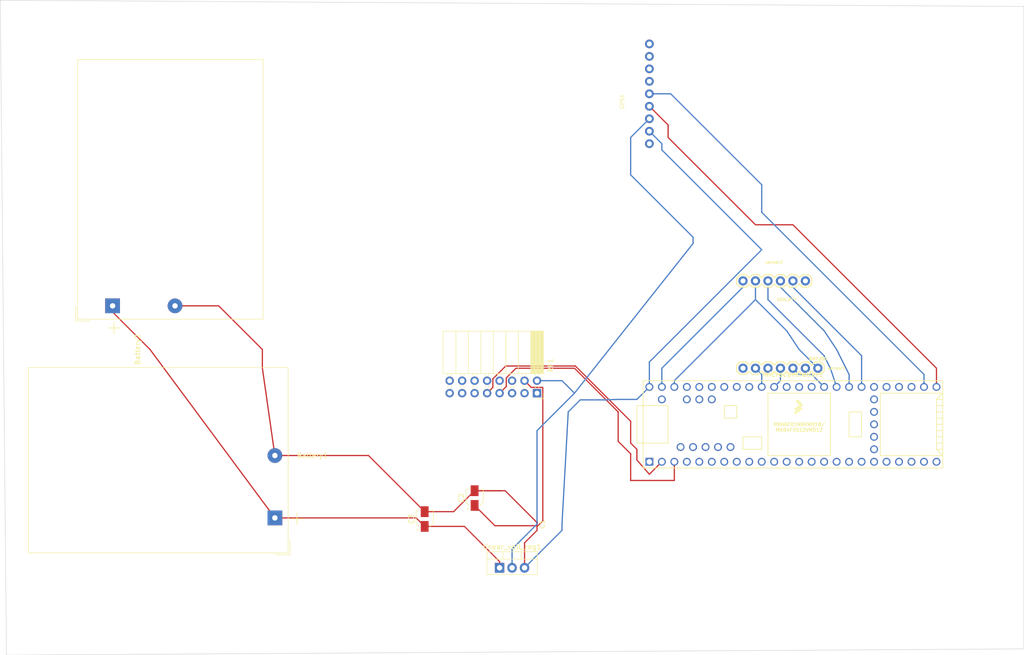
<source format=kicad_pcb>
(kicad_pcb (version 20171130) (host pcbnew "(5.1.9)-1")

  (general
    (thickness 1.6)
    (drawings 4)
    (tracks 113)
    (zones 0)
    (modules 11)
    (nets 16)
  )

  (page A4)
  (layers
    (0 F.Cu signal)
    (31 B.Cu signal)
    (32 B.Adhes user)
    (33 F.Adhes user)
    (34 B.Paste user)
    (35 F.Paste user)
    (36 B.SilkS user)
    (37 F.SilkS user)
    (38 B.Mask user)
    (39 F.Mask user)
    (40 Dwgs.User user)
    (41 Cmts.User user)
    (42 Eco1.User user)
    (43 Eco2.User user)
    (44 Edge.Cuts user)
    (45 Margin user)
    (46 B.CrtYd user)
    (47 F.CrtYd user)
    (48 B.Fab user)
    (49 F.Fab user)
  )

  (setup
    (last_trace_width 0.25)
    (trace_clearance 0.2)
    (zone_clearance 0.508)
    (zone_45_only no)
    (trace_min 0.2)
    (via_size 0.8)
    (via_drill 0.4)
    (via_min_size 0.4)
    (via_min_drill 0.3)
    (uvia_size 0.3)
    (uvia_drill 0.1)
    (uvias_allowed no)
    (uvia_min_size 0.2)
    (uvia_min_drill 0.1)
    (edge_width 0.05)
    (segment_width 0.2)
    (pcb_text_width 0.3)
    (pcb_text_size 1.5 1.5)
    (mod_edge_width 0.12)
    (mod_text_size 1 1)
    (mod_text_width 0.15)
    (pad_size 1.524 1.524)
    (pad_drill 0.762)
    (pad_to_mask_clearance 0)
    (aux_axis_origin 0 0)
    (visible_elements 7FFFFFFF)
    (pcbplotparams
      (layerselection 0x010fc_ffffffff)
      (usegerberextensions false)
      (usegerberattributes true)
      (usegerberadvancedattributes true)
      (creategerberjobfile true)
      (excludeedgelayer true)
      (linewidth 0.100000)
      (plotframeref false)
      (viasonmask false)
      (mode 1)
      (useauxorigin false)
      (hpglpennumber 1)
      (hpglpenspeed 20)
      (hpglpendiameter 15.000000)
      (psnegative false)
      (psa4output false)
      (plotreference true)
      (plotvalue true)
      (plotinvisibletext false)
      (padsonsilk false)
      (subtractmaskfromsilk false)
      (outputformat 1)
      (mirror false)
      (drillshape 1)
      (scaleselection 1)
      (outputdirectory ""))
  )

  (net 0 "")
  (net 1 "Net-(Battery1-Pad2)")
  (net 2 "Net-(C1-Pad2)")
  (net 3 "Net-(Battery1-Pad1)")
  (net 4 "Net-(GPS1-Pad5)")
  (net 5 "Net-(GPS1-Pad6)")
  (net 6 "Net-(microcontroller1-Pad36)")
  (net 7 "Net-(microcontroller1-Pad37)")
  (net 8 "Net-(RF1-Pad7)")
  (net 9 "Net-(RF1-Pad9)")
  (net 10 "Net-(microcontroller1-Pad38)")
  (net 11 "Net-(microcontroller1-Pad39)")
  (net 12 "Net-(microcontroller1-Pad43)")
  (net 13 "Net-(microcontroller1-Pad44)")
  (net 14 "Net-(microcontroller1-Pad51)")
  (net 15 "Net-(microcontroller1-Pad52)")

  (net_class Default "This is the default net class."
    (clearance 0.2)
    (trace_width 0.25)
    (via_dia 0.8)
    (via_drill 0.4)
    (uvia_dia 0.3)
    (uvia_drill 0.1)
    (add_net "Net-(Battery1-Pad1)")
    (add_net "Net-(Battery1-Pad2)")
    (add_net "Net-(C1-Pad2)")
    (add_net "Net-(GPS1-Pad5)")
    (add_net "Net-(GPS1-Pad6)")
    (add_net "Net-(RF1-Pad7)")
    (add_net "Net-(RF1-Pad9)")
    (add_net "Net-(microcontroller1-Pad36)")
    (add_net "Net-(microcontroller1-Pad37)")
    (add_net "Net-(microcontroller1-Pad38)")
    (add_net "Net-(microcontroller1-Pad39)")
    (add_net "Net-(microcontroller1-Pad43)")
    (add_net "Net-(microcontroller1-Pad44)")
    (add_net "Net-(microcontroller1-Pad51)")
    (add_net "Net-(microcontroller1-Pad52)")
  )

  (module Connector_PinSocket_2.54mm:PinSocket_2x08_P2.54mm_Horizontal (layer F.Cu) (tedit 5A19A430) (tstamp 60205454)
    (at 144.78 105.41 270)
    (descr "Through hole angled socket strip, 2x08, 2.54mm pitch, 8.51mm socket length, double cols (from Kicad 4.0.7), script generated")
    (tags "Through hole angled socket strip THT 2x08 2.54mm double row")
    (path /601DEA0B)
    (fp_text reference RF1 (at -5.65 -2.77 90) (layer F.SilkS)
      (effects (font (size 1 1) (thickness 0.15)))
    )
    (fp_text value RFD900+ (at -5.65 20.55 90) (layer F.Fab)
      (effects (font (size 1 1) (thickness 0.15)))
    )
    (fp_line (start -12.57 -1.27) (end -5.03 -1.27) (layer F.Fab) (width 0.1))
    (fp_line (start -5.03 -1.27) (end -4.06 -0.3) (layer F.Fab) (width 0.1))
    (fp_line (start -4.06 -0.3) (end -4.06 19.05) (layer F.Fab) (width 0.1))
    (fp_line (start -4.06 19.05) (end -12.57 19.05) (layer F.Fab) (width 0.1))
    (fp_line (start -12.57 19.05) (end -12.57 -1.27) (layer F.Fab) (width 0.1))
    (fp_line (start 0 -0.3) (end -4.06 -0.3) (layer F.Fab) (width 0.1))
    (fp_line (start -4.06 0.3) (end 0 0.3) (layer F.Fab) (width 0.1))
    (fp_line (start 0 0.3) (end 0 -0.3) (layer F.Fab) (width 0.1))
    (fp_line (start 0 2.24) (end -4.06 2.24) (layer F.Fab) (width 0.1))
    (fp_line (start -4.06 2.84) (end 0 2.84) (layer F.Fab) (width 0.1))
    (fp_line (start 0 2.84) (end 0 2.24) (layer F.Fab) (width 0.1))
    (fp_line (start 0 4.78) (end -4.06 4.78) (layer F.Fab) (width 0.1))
    (fp_line (start -4.06 5.38) (end 0 5.38) (layer F.Fab) (width 0.1))
    (fp_line (start 0 5.38) (end 0 4.78) (layer F.Fab) (width 0.1))
    (fp_line (start 0 7.32) (end -4.06 7.32) (layer F.Fab) (width 0.1))
    (fp_line (start -4.06 7.92) (end 0 7.92) (layer F.Fab) (width 0.1))
    (fp_line (start 0 7.92) (end 0 7.32) (layer F.Fab) (width 0.1))
    (fp_line (start 0 9.86) (end -4.06 9.86) (layer F.Fab) (width 0.1))
    (fp_line (start -4.06 10.46) (end 0 10.46) (layer F.Fab) (width 0.1))
    (fp_line (start 0 10.46) (end 0 9.86) (layer F.Fab) (width 0.1))
    (fp_line (start 0 12.4) (end -4.06 12.4) (layer F.Fab) (width 0.1))
    (fp_line (start -4.06 13) (end 0 13) (layer F.Fab) (width 0.1))
    (fp_line (start 0 13) (end 0 12.4) (layer F.Fab) (width 0.1))
    (fp_line (start 0 14.94) (end -4.06 14.94) (layer F.Fab) (width 0.1))
    (fp_line (start -4.06 15.54) (end 0 15.54) (layer F.Fab) (width 0.1))
    (fp_line (start 0 15.54) (end 0 14.94) (layer F.Fab) (width 0.1))
    (fp_line (start 0 17.48) (end -4.06 17.48) (layer F.Fab) (width 0.1))
    (fp_line (start -4.06 18.08) (end 0 18.08) (layer F.Fab) (width 0.1))
    (fp_line (start 0 18.08) (end 0 17.48) (layer F.Fab) (width 0.1))
    (fp_line (start -12.63 -1.21) (end -4 -1.21) (layer F.SilkS) (width 0.12))
    (fp_line (start -12.63 -1.091905) (end -4 -1.091905) (layer F.SilkS) (width 0.12))
    (fp_line (start -12.63 -0.97381) (end -4 -0.97381) (layer F.SilkS) (width 0.12))
    (fp_line (start -12.63 -0.855715) (end -4 -0.855715) (layer F.SilkS) (width 0.12))
    (fp_line (start -12.63 -0.73762) (end -4 -0.73762) (layer F.SilkS) (width 0.12))
    (fp_line (start -12.63 -0.619525) (end -4 -0.619525) (layer F.SilkS) (width 0.12))
    (fp_line (start -12.63 -0.50143) (end -4 -0.50143) (layer F.SilkS) (width 0.12))
    (fp_line (start -12.63 -0.383335) (end -4 -0.383335) (layer F.SilkS) (width 0.12))
    (fp_line (start -12.63 -0.26524) (end -4 -0.26524) (layer F.SilkS) (width 0.12))
    (fp_line (start -12.63 -0.147145) (end -4 -0.147145) (layer F.SilkS) (width 0.12))
    (fp_line (start -12.63 -0.02905) (end -4 -0.02905) (layer F.SilkS) (width 0.12))
    (fp_line (start -12.63 0.089045) (end -4 0.089045) (layer F.SilkS) (width 0.12))
    (fp_line (start -12.63 0.20714) (end -4 0.20714) (layer F.SilkS) (width 0.12))
    (fp_line (start -12.63 0.325235) (end -4 0.325235) (layer F.SilkS) (width 0.12))
    (fp_line (start -12.63 0.44333) (end -4 0.44333) (layer F.SilkS) (width 0.12))
    (fp_line (start -12.63 0.561425) (end -4 0.561425) (layer F.SilkS) (width 0.12))
    (fp_line (start -12.63 0.67952) (end -4 0.67952) (layer F.SilkS) (width 0.12))
    (fp_line (start -12.63 0.797615) (end -4 0.797615) (layer F.SilkS) (width 0.12))
    (fp_line (start -12.63 0.91571) (end -4 0.91571) (layer F.SilkS) (width 0.12))
    (fp_line (start -12.63 1.033805) (end -4 1.033805) (layer F.SilkS) (width 0.12))
    (fp_line (start -12.63 1.1519) (end -4 1.1519) (layer F.SilkS) (width 0.12))
    (fp_line (start -4 -0.36) (end -3.59 -0.36) (layer F.SilkS) (width 0.12))
    (fp_line (start -1.49 -0.36) (end -1.11 -0.36) (layer F.SilkS) (width 0.12))
    (fp_line (start -4 0.36) (end -3.59 0.36) (layer F.SilkS) (width 0.12))
    (fp_line (start -1.49 0.36) (end -1.11 0.36) (layer F.SilkS) (width 0.12))
    (fp_line (start -4 2.18) (end -3.59 2.18) (layer F.SilkS) (width 0.12))
    (fp_line (start -1.49 2.18) (end -1.05 2.18) (layer F.SilkS) (width 0.12))
    (fp_line (start -4 2.9) (end -3.59 2.9) (layer F.SilkS) (width 0.12))
    (fp_line (start -1.49 2.9) (end -1.05 2.9) (layer F.SilkS) (width 0.12))
    (fp_line (start -4 4.72) (end -3.59 4.72) (layer F.SilkS) (width 0.12))
    (fp_line (start -1.49 4.72) (end -1.05 4.72) (layer F.SilkS) (width 0.12))
    (fp_line (start -4 5.44) (end -3.59 5.44) (layer F.SilkS) (width 0.12))
    (fp_line (start -1.49 5.44) (end -1.05 5.44) (layer F.SilkS) (width 0.12))
    (fp_line (start -4 7.26) (end -3.59 7.26) (layer F.SilkS) (width 0.12))
    (fp_line (start -1.49 7.26) (end -1.05 7.26) (layer F.SilkS) (width 0.12))
    (fp_line (start -4 7.98) (end -3.59 7.98) (layer F.SilkS) (width 0.12))
    (fp_line (start -1.49 7.98) (end -1.05 7.98) (layer F.SilkS) (width 0.12))
    (fp_line (start -4 9.8) (end -3.59 9.8) (layer F.SilkS) (width 0.12))
    (fp_line (start -1.49 9.8) (end -1.05 9.8) (layer F.SilkS) (width 0.12))
    (fp_line (start -4 10.52) (end -3.59 10.52) (layer F.SilkS) (width 0.12))
    (fp_line (start -1.49 10.52) (end -1.05 10.52) (layer F.SilkS) (width 0.12))
    (fp_line (start -4 12.34) (end -3.59 12.34) (layer F.SilkS) (width 0.12))
    (fp_line (start -1.49 12.34) (end -1.05 12.34) (layer F.SilkS) (width 0.12))
    (fp_line (start -4 13.06) (end -3.59 13.06) (layer F.SilkS) (width 0.12))
    (fp_line (start -1.49 13.06) (end -1.05 13.06) (layer F.SilkS) (width 0.12))
    (fp_line (start -4 14.88) (end -3.59 14.88) (layer F.SilkS) (width 0.12))
    (fp_line (start -1.49 14.88) (end -1.05 14.88) (layer F.SilkS) (width 0.12))
    (fp_line (start -4 15.6) (end -3.59 15.6) (layer F.SilkS) (width 0.12))
    (fp_line (start -1.49 15.6) (end -1.05 15.6) (layer F.SilkS) (width 0.12))
    (fp_line (start -4 17.42) (end -3.59 17.42) (layer F.SilkS) (width 0.12))
    (fp_line (start -1.49 17.42) (end -1.05 17.42) (layer F.SilkS) (width 0.12))
    (fp_line (start -4 18.14) (end -3.59 18.14) (layer F.SilkS) (width 0.12))
    (fp_line (start -1.49 18.14) (end -1.05 18.14) (layer F.SilkS) (width 0.12))
    (fp_line (start -12.63 1.27) (end -4 1.27) (layer F.SilkS) (width 0.12))
    (fp_line (start -12.63 3.81) (end -4 3.81) (layer F.SilkS) (width 0.12))
    (fp_line (start -12.63 6.35) (end -4 6.35) (layer F.SilkS) (width 0.12))
    (fp_line (start -12.63 8.89) (end -4 8.89) (layer F.SilkS) (width 0.12))
    (fp_line (start -12.63 11.43) (end -4 11.43) (layer F.SilkS) (width 0.12))
    (fp_line (start -12.63 13.97) (end -4 13.97) (layer F.SilkS) (width 0.12))
    (fp_line (start -12.63 16.51) (end -4 16.51) (layer F.SilkS) (width 0.12))
    (fp_line (start -12.63 -1.33) (end -4 -1.33) (layer F.SilkS) (width 0.12))
    (fp_line (start -4 -1.33) (end -4 19.11) (layer F.SilkS) (width 0.12))
    (fp_line (start -12.63 19.11) (end -4 19.11) (layer F.SilkS) (width 0.12))
    (fp_line (start -12.63 -1.33) (end -12.63 19.11) (layer F.SilkS) (width 0.12))
    (fp_line (start 1.11 -1.33) (end 1.11 0) (layer F.SilkS) (width 0.12))
    (fp_line (start 0 -1.33) (end 1.11 -1.33) (layer F.SilkS) (width 0.12))
    (fp_line (start 1.8 -1.8) (end -13.05 -1.8) (layer F.CrtYd) (width 0.05))
    (fp_line (start -13.05 -1.8) (end -13.05 19.55) (layer F.CrtYd) (width 0.05))
    (fp_line (start -13.05 19.55) (end 1.8 19.55) (layer F.CrtYd) (width 0.05))
    (fp_line (start 1.8 19.55) (end 1.8 -1.8) (layer F.CrtYd) (width 0.05))
    (fp_text user %R (at 7.62 7.62) (layer F.Fab)
      (effects (font (size 1 1) (thickness 0.15)))
    )
    (pad 1 thru_hole rect (at 0 0 270) (size 1.7 1.7) (drill 1) (layers *.Cu *.Mask))
    (pad 2 thru_hole oval (at -2.54 0 270) (size 1.7 1.7) (drill 1) (layers *.Cu *.Mask)
      (net 1 "Net-(Battery1-Pad2)"))
    (pad 3 thru_hole oval (at 0 2.54 270) (size 1.7 1.7) (drill 1) (layers *.Cu *.Mask))
    (pad 4 thru_hole oval (at -2.54 2.54 270) (size 1.7 1.7) (drill 1) (layers *.Cu *.Mask)
      (net 2 "Net-(C1-Pad2)"))
    (pad 5 thru_hole oval (at 0 5.08 270) (size 1.7 1.7) (drill 1) (layers *.Cu *.Mask))
    (pad 6 thru_hole oval (at -2.54 5.08 270) (size 1.7 1.7) (drill 1) (layers *.Cu *.Mask))
    (pad 7 thru_hole oval (at 0 7.62 270) (size 1.7 1.7) (drill 1) (layers *.Cu *.Mask)
      (net 8 "Net-(RF1-Pad7)"))
    (pad 8 thru_hole oval (at -2.54 7.62 270) (size 1.7 1.7) (drill 1) (layers *.Cu *.Mask))
    (pad 9 thru_hole oval (at 0 10.16 270) (size 1.7 1.7) (drill 1) (layers *.Cu *.Mask)
      (net 9 "Net-(RF1-Pad9)"))
    (pad 10 thru_hole oval (at -2.54 10.16 270) (size 1.7 1.7) (drill 1) (layers *.Cu *.Mask))
    (pad 11 thru_hole oval (at 0 12.7 270) (size 1.7 1.7) (drill 1) (layers *.Cu *.Mask))
    (pad 12 thru_hole oval (at -2.54 12.7 270) (size 1.7 1.7) (drill 1) (layers *.Cu *.Mask))
    (pad 13 thru_hole oval (at 0 15.24 270) (size 1.7 1.7) (drill 1) (layers *.Cu *.Mask))
    (pad 14 thru_hole oval (at -2.54 15.24 270) (size 1.7 1.7) (drill 1) (layers *.Cu *.Mask))
    (pad 15 thru_hole oval (at 0 17.78 270) (size 1.7 1.7) (drill 1) (layers *.Cu *.Mask))
    (pad 16 thru_hole oval (at -2.54 17.78 270) (size 1.7 1.7) (drill 1) (layers *.Cu *.Mask))
    (model ${KISYS3DMOD}/Connector_PinSocket_2.54mm.3dshapes/PinSocket_2x08_P2.54mm_Horizontal.wrl
      (at (xyz 0 0 0))
      (scale (xyz 1 1 1))
      (rotate (xyz 0 0 0))
    )
  )

  (module Capacitor_SMD:C_0201_0603Metric (layer F.Cu) (tedit 5F68FEEE) (tstamp 601F9757)
    (at 144.78 132.08 270)
    (descr "Capacitor SMD 0201 (0603 Metric), square (rectangular) end terminal, IPC_7351 nominal, (Body size source: https://www.vishay.com/docs/20052/crcw0201e3.pdf), generated with kicad-footprint-generator")
    (tags capacitor)
    (path /60298910)
    (attr smd)
    (fp_text reference C1 (at 0 -1.05 90) (layer F.SilkS)
      (effects (font (size 1 1) (thickness 0.15)))
    )
    (fp_text value 0.1uF (at 0 1.05 90) (layer F.Fab)
      (effects (font (size 1 1) (thickness 0.15)))
    )
    (fp_line (start -0.3 0.15) (end -0.3 -0.15) (layer F.Fab) (width 0.1))
    (fp_line (start -0.3 -0.15) (end 0.3 -0.15) (layer F.Fab) (width 0.1))
    (fp_line (start 0.3 -0.15) (end 0.3 0.15) (layer F.Fab) (width 0.1))
    (fp_line (start 0.3 0.15) (end -0.3 0.15) (layer F.Fab) (width 0.1))
    (fp_line (start -0.7 0.35) (end -0.7 -0.35) (layer F.CrtYd) (width 0.05))
    (fp_line (start -0.7 -0.35) (end 0.7 -0.35) (layer F.CrtYd) (width 0.05))
    (fp_line (start 0.7 -0.35) (end 0.7 0.35) (layer F.CrtYd) (width 0.05))
    (fp_line (start 0.7 0.35) (end -0.7 0.35) (layer F.CrtYd) (width 0.05))
    (fp_text user %R (at 0 -0.68 90) (layer F.Fab)
      (effects (font (size 0.25 0.25) (thickness 0.04)))
    )
    (pad "" smd roundrect (at -0.345 0 270) (size 0.318 0.36) (layers F.Paste) (roundrect_rratio 0.25))
    (pad "" smd roundrect (at 0.345 0 270) (size 0.318 0.36) (layers F.Paste) (roundrect_rratio 0.25))
    (pad 1 smd roundrect (at -0.32 0 270) (size 0.46 0.4) (layers F.Cu F.Mask) (roundrect_rratio 0.25)
      (net 1 "Net-(Battery1-Pad2)"))
    (pad 2 smd roundrect (at 0.32 0 270) (size 0.46 0.4) (layers F.Cu F.Mask) (roundrect_rratio 0.25)
      (net 2 "Net-(C1-Pad2)"))
    (model ${KISYS3DMOD}/Capacitor_SMD.3dshapes/C_0201_0603Metric.wrl
      (at (xyz 0 0 0))
      (scale (xyz 1 1 1))
      (rotate (xyz 0 0 0))
    )
  )

  (module Capacitor_SMD:CP_Elec_3x5.3 (layer F.Cu) (tedit 5B303299) (tstamp 60203DB6)
    (at 132.08 126.77 90)
    (descr "SMT capacitor, aluminium electrolytic, 3x5.3, Cornell Dubilier Electronics ")
    (tags "Capacitor Electrolytic")
    (path /6028C494)
    (attr smd)
    (fp_text reference C2 (at 0 -2.7 90) (layer F.SilkS)
      (effects (font (size 1 1) (thickness 0.15)))
    )
    (fp_text value 10uF (at 0 2.7 90) (layer F.Fab)
      (effects (font (size 1 1) (thickness 0.15)))
    )
    (fp_line (start -2.85 1.05) (end -1.78 1.05) (layer F.CrtYd) (width 0.05))
    (fp_line (start -2.85 -1.05) (end -2.85 1.05) (layer F.CrtYd) (width 0.05))
    (fp_line (start -1.78 -1.05) (end -2.85 -1.05) (layer F.CrtYd) (width 0.05))
    (fp_line (start -1.78 -1.05) (end -0.93 -1.9) (layer F.CrtYd) (width 0.05))
    (fp_line (start -1.78 1.05) (end -0.93 1.9) (layer F.CrtYd) (width 0.05))
    (fp_line (start -0.93 -1.9) (end 1.9 -1.9) (layer F.CrtYd) (width 0.05))
    (fp_line (start -0.93 1.9) (end 1.9 1.9) (layer F.CrtYd) (width 0.05))
    (fp_line (start 1.9 1.05) (end 1.9 1.9) (layer F.CrtYd) (width 0.05))
    (fp_line (start 2.85 1.05) (end 1.9 1.05) (layer F.CrtYd) (width 0.05))
    (fp_line (start 2.85 -1.05) (end 2.85 1.05) (layer F.CrtYd) (width 0.05))
    (fp_line (start 1.9 -1.05) (end 2.85 -1.05) (layer F.CrtYd) (width 0.05))
    (fp_line (start 1.9 -1.9) (end 1.9 -1.05) (layer F.CrtYd) (width 0.05))
    (fp_line (start -2.1875 -1.6225) (end -2.1875 -1.2475) (layer F.SilkS) (width 0.12))
    (fp_line (start -2.375 -1.435) (end -2 -1.435) (layer F.SilkS) (width 0.12))
    (fp_line (start -1.570563 1.06) (end -0.870563 1.76) (layer F.SilkS) (width 0.12))
    (fp_line (start -1.570563 -1.06) (end -0.870563 -1.76) (layer F.SilkS) (width 0.12))
    (fp_line (start -0.870563 1.76) (end 1.76 1.76) (layer F.SilkS) (width 0.12))
    (fp_line (start -0.870563 -1.76) (end 1.76 -1.76) (layer F.SilkS) (width 0.12))
    (fp_line (start 1.76 -1.76) (end 1.76 -1.06) (layer F.SilkS) (width 0.12))
    (fp_line (start 1.76 1.76) (end 1.76 1.06) (layer F.SilkS) (width 0.12))
    (fp_line (start -0.960469 -0.95) (end -0.960469 -0.65) (layer F.Fab) (width 0.1))
    (fp_line (start -1.110469 -0.8) (end -0.810469 -0.8) (layer F.Fab) (width 0.1))
    (fp_line (start -1.65 0.825) (end -0.825 1.65) (layer F.Fab) (width 0.1))
    (fp_line (start -1.65 -0.825) (end -0.825 -1.65) (layer F.Fab) (width 0.1))
    (fp_line (start -1.65 -0.825) (end -1.65 0.825) (layer F.Fab) (width 0.1))
    (fp_line (start -0.825 1.65) (end 1.65 1.65) (layer F.Fab) (width 0.1))
    (fp_line (start -0.825 -1.65) (end 1.65 -1.65) (layer F.Fab) (width 0.1))
    (fp_line (start 1.65 -1.65) (end 1.65 1.65) (layer F.Fab) (width 0.1))
    (fp_circle (center 0 0) (end 1.5 0) (layer F.Fab) (width 0.1))
    (fp_text user %R (at 0 0 90) (layer F.Fab)
      (effects (font (size 0.6 0.6) (thickness 0.09)))
    )
    (pad 2 smd rect (at 1.5 0 90) (size 2.2 1.6) (layers F.Cu F.Paste F.Mask)
      (net 1 "Net-(Battery1-Pad2)"))
    (pad 1 smd rect (at -1.5 0 90) (size 2.2 1.6) (layers F.Cu F.Paste F.Mask)
      (net 2 "Net-(C1-Pad2)"))
    (model ${KISYS3DMOD}/Capacitor_SMD.3dshapes/CP_Elec_3x5.3.wrl
      (at (xyz 0 0 0))
      (scale (xyz 1 1 1))
      (rotate (xyz 0 0 0))
    )
  )

  (module Capacitor_SMD:CP_Elec_3x5.3 (layer F.Cu) (tedit 5B303299) (tstamp 601F979F)
    (at 121.92 131.04 90)
    (descr "SMT capacitor, aluminium electrolytic, 3x5.3, Cornell Dubilier Electronics ")
    (tags "Capacitor Electrolytic")
    (path /6023258A)
    (attr smd)
    (fp_text reference C3 (at 0 -2.7 90) (layer F.SilkS)
      (effects (font (size 1 1) (thickness 0.15)))
    )
    (fp_text value 10uF (at 0 2.7 90) (layer F.Fab)
      (effects (font (size 1 1) (thickness 0.15)))
    )
    (fp_circle (center 0 0) (end 1.5 0) (layer F.Fab) (width 0.1))
    (fp_line (start 1.65 -1.65) (end 1.65 1.65) (layer F.Fab) (width 0.1))
    (fp_line (start -0.825 -1.65) (end 1.65 -1.65) (layer F.Fab) (width 0.1))
    (fp_line (start -0.825 1.65) (end 1.65 1.65) (layer F.Fab) (width 0.1))
    (fp_line (start -1.65 -0.825) (end -1.65 0.825) (layer F.Fab) (width 0.1))
    (fp_line (start -1.65 -0.825) (end -0.825 -1.65) (layer F.Fab) (width 0.1))
    (fp_line (start -1.65 0.825) (end -0.825 1.65) (layer F.Fab) (width 0.1))
    (fp_line (start -1.110469 -0.8) (end -0.810469 -0.8) (layer F.Fab) (width 0.1))
    (fp_line (start -0.960469 -0.95) (end -0.960469 -0.65) (layer F.Fab) (width 0.1))
    (fp_line (start 1.76 1.76) (end 1.76 1.06) (layer F.SilkS) (width 0.12))
    (fp_line (start 1.76 -1.76) (end 1.76 -1.06) (layer F.SilkS) (width 0.12))
    (fp_line (start -0.870563 -1.76) (end 1.76 -1.76) (layer F.SilkS) (width 0.12))
    (fp_line (start -0.870563 1.76) (end 1.76 1.76) (layer F.SilkS) (width 0.12))
    (fp_line (start -1.570563 -1.06) (end -0.870563 -1.76) (layer F.SilkS) (width 0.12))
    (fp_line (start -1.570563 1.06) (end -0.870563 1.76) (layer F.SilkS) (width 0.12))
    (fp_line (start -2.375 -1.435) (end -2 -1.435) (layer F.SilkS) (width 0.12))
    (fp_line (start -2.1875 -1.6225) (end -2.1875 -1.2475) (layer F.SilkS) (width 0.12))
    (fp_line (start 1.9 -1.9) (end 1.9 -1.05) (layer F.CrtYd) (width 0.05))
    (fp_line (start 1.9 -1.05) (end 2.85 -1.05) (layer F.CrtYd) (width 0.05))
    (fp_line (start 2.85 -1.05) (end 2.85 1.05) (layer F.CrtYd) (width 0.05))
    (fp_line (start 2.85 1.05) (end 1.9 1.05) (layer F.CrtYd) (width 0.05))
    (fp_line (start 1.9 1.05) (end 1.9 1.9) (layer F.CrtYd) (width 0.05))
    (fp_line (start -0.93 1.9) (end 1.9 1.9) (layer F.CrtYd) (width 0.05))
    (fp_line (start -0.93 -1.9) (end 1.9 -1.9) (layer F.CrtYd) (width 0.05))
    (fp_line (start -1.78 1.05) (end -0.93 1.9) (layer F.CrtYd) (width 0.05))
    (fp_line (start -1.78 -1.05) (end -0.93 -1.9) (layer F.CrtYd) (width 0.05))
    (fp_line (start -1.78 -1.05) (end -2.85 -1.05) (layer F.CrtYd) (width 0.05))
    (fp_line (start -2.85 -1.05) (end -2.85 1.05) (layer F.CrtYd) (width 0.05))
    (fp_line (start -2.85 1.05) (end -1.78 1.05) (layer F.CrtYd) (width 0.05))
    (fp_text user %R (at 0 0 90) (layer F.Fab)
      (effects (font (size 0.6 0.6) (thickness 0.09)))
    )
    (pad 1 smd rect (at -1.5 0 90) (size 2.2 1.6) (layers F.Cu F.Paste F.Mask)
      (net 3 "Net-(Battery1-Pad1)"))
    (pad 2 smd rect (at 1.5 0 90) (size 2.2 1.6) (layers F.Cu F.Paste F.Mask)
      (net 1 "Net-(Battery1-Pad2)"))
    (model ${KISYS3DMOD}/Capacitor_SMD.3dshapes/CP_Elec_3x5.3.wrl
      (at (xyz 0 0 0))
      (scale (xyz 1 1 1))
      (rotate (xyz 0 0 0))
    )
  )

  (module "Adafruit Ultimate GPS:1X09_ROUND_70" (layer F.Cu) (tedit 0) (tstamp 601F97B6)
    (at 167.64 44.45 270)
    (path /6025C995)
    (fp_text reference GPS1 (at 0 5.08 270) (layer F.SilkS)
      (effects (font (size 0.77216 0.77216) (thickness 0.115824)) (justify right bottom))
    )
    (fp_text value AULT_GPS (at -11.43 3.175 270) (layer F.Fab)
      (effects (font (size 0.77216 0.77216) (thickness 0.061772)) (justify right bottom))
    )
    (fp_line (start -11.43 -0.635) (end -11.43 0.635) (layer F.Fab) (width 0.2032))
    (fp_poly (pts (xy 7.366 0.254) (xy 7.874 0.254) (xy 7.874 -0.254) (xy 7.366 -0.254)) (layer F.Fab) (width 0))
    (fp_poly (pts (xy 4.826 0.254) (xy 5.334 0.254) (xy 5.334 -0.254) (xy 4.826 -0.254)) (layer F.Fab) (width 0))
    (fp_poly (pts (xy 2.286 0.254) (xy 2.794 0.254) (xy 2.794 -0.254) (xy 2.286 -0.254)) (layer F.Fab) (width 0))
    (fp_poly (pts (xy -0.254 0.254) (xy 0.254 0.254) (xy 0.254 -0.254) (xy -0.254 -0.254)) (layer F.Fab) (width 0))
    (fp_poly (pts (xy -2.794 0.254) (xy -2.286 0.254) (xy -2.286 -0.254) (xy -2.794 -0.254)) (layer F.Fab) (width 0))
    (fp_poly (pts (xy -5.334 0.254) (xy -4.826 0.254) (xy -4.826 -0.254) (xy -5.334 -0.254)) (layer F.Fab) (width 0))
    (fp_poly (pts (xy -7.874 0.254) (xy -7.366 0.254) (xy -7.366 -0.254) (xy -7.874 -0.254)) (layer F.Fab) (width 0))
    (fp_poly (pts (xy -10.414 0.254) (xy -9.906 0.254) (xy -9.906 -0.254) (xy -10.414 -0.254)) (layer F.Fab) (width 0))
    (fp_poly (pts (xy 9.906 0.254) (xy 10.414 0.254) (xy 10.414 -0.254) (xy 9.906 -0.254)) (layer F.Fab) (width 0))
    (pad 1 thru_hole circle (at -10.16 0) (size 1.778 1.778) (drill 1) (layers *.Cu *.Mask)
      (solder_mask_margin 0.0508))
    (pad 2 thru_hole circle (at -7.62 0) (size 1.778 1.778) (drill 1) (layers *.Cu *.Mask)
      (solder_mask_margin 0.0508))
    (pad 3 thru_hole circle (at -5.08 0) (size 1.778 1.778) (drill 1) (layers *.Cu *.Mask)
      (solder_mask_margin 0.0508))
    (pad 4 thru_hole circle (at -2.54 0) (size 1.778 1.778) (drill 1) (layers *.Cu *.Mask)
      (solder_mask_margin 0.0508))
    (pad 5 thru_hole circle (at 0 0) (size 1.778 1.778) (drill 1) (layers *.Cu *.Mask)
      (net 4 "Net-(GPS1-Pad5)") (solder_mask_margin 0.0508))
    (pad 6 thru_hole circle (at 2.54 0) (size 1.778 1.778) (drill 1) (layers *.Cu *.Mask)
      (net 5 "Net-(GPS1-Pad6)") (solder_mask_margin 0.0508))
    (pad 7 thru_hole circle (at 5.08 0) (size 1.778 1.778) (drill 1) (layers *.Cu *.Mask)
      (net 1 "Net-(Battery1-Pad2)") (solder_mask_margin 0.0508))
    (pad 8 thru_hole circle (at 7.62 0) (size 1.778 1.778) (drill 1) (layers *.Cu *.Mask)
      (net 2 "Net-(C1-Pad2)") (solder_mask_margin 0.0508))
    (pad 9 thru_hole circle (at 10.16 0) (size 1.778 1.778) (drill 1) (layers *.Cu *.Mask)
      (solder_mask_margin 0.0508))
  )

  (module Package_TO_SOT_THT:TO-220-3_Vertical (layer F.Cu) (tedit 5AC8BA0D) (tstamp 602011D2)
    (at 137.16 140.97)
    (descr "TO-220-3, Vertical, RM 2.54mm, see https://www.vishay.com/docs/66542/to-220-1.pdf")
    (tags "TO-220-3 Vertical RM 2.54mm")
    (path /6024F7BB)
    (fp_text reference linear_volt_reg1 (at 2.54 -4.27) (layer F.SilkS)
      (effects (font (size 1 1) (thickness 0.15)))
    )
    (fp_text value LM7805_TO220 (at 2.54 2.5 180) (layer F.Fab)
      (effects (font (size 1 1) (thickness 0.15)))
    )
    (fp_line (start -2.46 -3.15) (end -2.46 1.25) (layer F.Fab) (width 0.1))
    (fp_line (start -2.46 1.25) (end 7.54 1.25) (layer F.Fab) (width 0.1))
    (fp_line (start 7.54 1.25) (end 7.54 -3.15) (layer F.Fab) (width 0.1))
    (fp_line (start 7.54 -3.15) (end -2.46 -3.15) (layer F.Fab) (width 0.1))
    (fp_line (start -2.46 -1.88) (end 7.54 -1.88) (layer F.Fab) (width 0.1))
    (fp_line (start 0.69 -3.15) (end 0.69 -1.88) (layer F.Fab) (width 0.1))
    (fp_line (start 4.39 -3.15) (end 4.39 -1.88) (layer F.Fab) (width 0.1))
    (fp_line (start -2.58 -3.27) (end 7.66 -3.27) (layer F.SilkS) (width 0.12))
    (fp_line (start -2.58 1.371) (end 7.66 1.371) (layer F.SilkS) (width 0.12))
    (fp_line (start -2.58 -3.27) (end -2.58 1.371) (layer F.SilkS) (width 0.12))
    (fp_line (start 7.66 -3.27) (end 7.66 1.371) (layer F.SilkS) (width 0.12))
    (fp_line (start -2.58 -1.76) (end 7.66 -1.76) (layer F.SilkS) (width 0.12))
    (fp_line (start 0.69 -3.27) (end 0.69 -1.76) (layer F.SilkS) (width 0.12))
    (fp_line (start 4.391 -3.27) (end 4.391 -1.76) (layer F.SilkS) (width 0.12))
    (fp_line (start -2.71 -3.4) (end -2.71 1.51) (layer F.CrtYd) (width 0.05))
    (fp_line (start -2.71 1.51) (end 7.79 1.51) (layer F.CrtYd) (width 0.05))
    (fp_line (start 7.79 1.51) (end 7.79 -3.4) (layer F.CrtYd) (width 0.05))
    (fp_line (start 7.79 -3.4) (end -2.71 -3.4) (layer F.CrtYd) (width 0.05))
    (fp_text user %R (at 2.54 -4.27) (layer F.Fab)
      (effects (font (size 1 1) (thickness 0.15)))
    )
    (pad 1 thru_hole rect (at 0 0) (size 1.905 2) (drill 1.1) (layers *.Cu *.Mask)
      (net 3 "Net-(Battery1-Pad1)"))
    (pad 2 thru_hole oval (at 2.54 0) (size 1.905 2) (drill 1.1) (layers *.Cu *.Mask)
      (net 1 "Net-(Battery1-Pad2)"))
    (pad 3 thru_hole oval (at 5.08 0) (size 1.905 2) (drill 1.1) (layers *.Cu *.Mask)
      (net 2 "Net-(C1-Pad2)"))
    (model ${KISYS3DMOD}/Package_TO_SOT_THT.3dshapes/TO-220-3_Vertical.wrl
      (at (xyz 0 0 0))
      (scale (xyz 1 1 1))
      (rotate (xyz 0 0 0))
    )
  )

  (module teensy:Teensy35_36 (layer F.Cu) (tedit 5ED51FDE) (tstamp 60202805)
    (at 196.85 111.76)
    (path /60257C60)
    (fp_text reference microcontroller1 (at 0 -10.16) (layer F.SilkS)
      (effects (font (size 1 1) (thickness 0.15)))
    )
    (fp_text value Teensy3.6 (at 0 10.16) (layer F.Fab)
      (effects (font (size 1 1) (thickness 0.15)))
    )
    (fp_poly (pts (xy 1.27 -3.81) (xy 1.524 -3.556) (xy 1.143 -3.302) (xy 0.889 -3.556)) (layer F.SilkS) (width 0.1))
    (fp_poly (pts (xy 1.397 -4.572) (xy 1.651 -4.318) (xy 1.27 -4.064) (xy 1.016 -4.318)) (layer F.SilkS) (width 0.1))
    (fp_poly (pts (xy 1.651 -3.429) (xy 1.905 -3.175) (xy 1.524 -2.921) (xy 1.27 -3.175)) (layer F.SilkS) (width 0.1))
    (fp_poly (pts (xy 1.143 -3.048) (xy 1.397 -2.794) (xy 1.016 -2.54) (xy 0.762 -2.794)) (layer F.SilkS) (width 0.1))
    (fp_poly (pts (xy 1.778 -4.191) (xy 2.032 -3.937) (xy 1.651 -3.683) (xy 1.397 -3.937)) (layer F.SilkS) (width 0.1))
    (fp_poly (pts (xy 0.635 -2.667) (xy 0.889 -2.413) (xy 0.508 -2.159) (xy 0.254 -2.413)) (layer F.SilkS) (width 0.1))
    (fp_poly (pts (xy 0.762 -3.429) (xy 1.016 -3.175) (xy 0.635 -2.921) (xy 0.381 -3.175)) (layer F.SilkS) (width 0.1))
    (fp_poly (pts (xy 1.016 -4.953) (xy 1.27 -4.699) (xy 0.889 -4.445) (xy 0.635 -4.699)) (layer F.SilkS) (width 0.1))
    (fp_line (start -30.48 8.89) (end -30.48 -8.89) (layer F.SilkS) (width 0.15))
    (fp_line (start 30.48 -8.89) (end 30.48 8.89) (layer F.SilkS) (width 0.15))
    (fp_line (start 11.43 -2.54) (end 13.97 -2.54) (layer F.SilkS) (width 0.15))
    (fp_line (start 11.43 2.54) (end 11.43 -2.54) (layer F.SilkS) (width 0.15))
    (fp_line (start 13.97 2.54) (end 11.43 2.54) (layer F.SilkS) (width 0.15))
    (fp_line (start 13.97 -2.54) (end 13.97 2.54) (layer F.SilkS) (width 0.15))
    (fp_line (start -25.4 3.81) (end -30.48 3.81) (layer F.SilkS) (width 0.15))
    (fp_line (start -25.4 -3.81) (end -30.48 -3.81) (layer F.SilkS) (width 0.15))
    (fp_line (start -25.4 3.81) (end -25.4 -3.81) (layer F.SilkS) (width 0.15))
    (fp_line (start -31.75 -3.81) (end -30.48 -3.81) (layer F.SilkS) (width 0.15))
    (fp_line (start -31.75 3.81) (end -31.75 -3.81) (layer F.SilkS) (width 0.15))
    (fp_line (start -30.48 3.81) (end -31.75 3.81) (layer F.SilkS) (width 0.15))
    (fp_line (start -30.48 8.89) (end 30.48 8.89) (layer F.SilkS) (width 0.15))
    (fp_line (start 30.48 -8.89) (end -30.48 -8.89) (layer F.SilkS) (width 0.15))
    (fp_line (start 17.78 6.35) (end 30.48 6.35) (layer F.SilkS) (width 0.15))
    (fp_line (start 17.78 -6.35) (end 17.78 6.35) (layer F.SilkS) (width 0.15))
    (fp_line (start 30.48 -6.35) (end 17.78 -6.35) (layer F.SilkS) (width 0.15))
    (fp_line (start 29.21 -5.08) (end 30.48 -6.35) (layer F.SilkS) (width 0.15))
    (fp_line (start 29.21 5.08) (end 29.21 -5.08) (layer F.SilkS) (width 0.15))
    (fp_line (start 30.48 6.35) (end 29.21 5.08) (layer F.SilkS) (width 0.15))
    (fp_line (start 29.21 -5.08) (end 30.48 -5.08) (layer F.SilkS) (width 0.15))
    (fp_line (start 29.21 -3.81) (end 30.48 -3.81) (layer F.SilkS) (width 0.15))
    (fp_line (start 29.21 -2.54) (end 30.48 -2.54) (layer F.SilkS) (width 0.15))
    (fp_line (start 29.21 -1.27) (end 30.48 -1.27) (layer F.SilkS) (width 0.15))
    (fp_line (start 29.21 0) (end 30.48 0) (layer F.SilkS) (width 0.15))
    (fp_line (start 29.21 1.27) (end 30.48 1.27) (layer F.SilkS) (width 0.15))
    (fp_line (start 29.21 2.54) (end 30.48 2.54) (layer F.SilkS) (width 0.15))
    (fp_line (start 29.21 3.81) (end 30.48 3.81) (layer F.SilkS) (width 0.15))
    (fp_line (start 29.21 5.08) (end 30.48 5.08) (layer F.SilkS) (width 0.15))
    (fp_line (start -5.08 -6.35) (end 7.62 -6.35) (layer F.SilkS) (width 0.15))
    (fp_line (start -5.08 6.35) (end 7.62 6.35) (layer F.SilkS) (width 0.15))
    (fp_line (start -5.08 -6.35) (end -5.08 6.35) (layer F.SilkS) (width 0.15))
    (fp_line (start 7.62 6.35) (end 7.62 -6.35) (layer F.SilkS) (width 0.15))
    (fp_line (start -6.35 2.54) (end -6.35 5.08) (layer F.SilkS) (width 0.15))
    (fp_line (start -10.16 2.54) (end -6.35 2.54) (layer F.SilkS) (width 0.15))
    (fp_line (start -10.16 5.08) (end -10.16 2.54) (layer F.SilkS) (width 0.15))
    (fp_line (start -6.35 5.08) (end -10.16 5.08) (layer F.SilkS) (width 0.15))
    (fp_line (start -11.43 -3.81) (end -13.97 -3.81) (layer F.SilkS) (width 0.15))
    (fp_line (start -11.43 -1.27) (end -11.43 -3.81) (layer F.SilkS) (width 0.15))
    (fp_line (start -13.97 -1.27) (end -11.43 -1.27) (layer F.SilkS) (width 0.15))
    (fp_line (start -13.97 -3.81) (end -13.97 -1.27) (layer F.SilkS) (width 0.15))
    (fp_text user MK66FX1MBVMD18/ (at 1.27 0) (layer F.SilkS)
      (effects (font (size 0.7 0.7) (thickness 0.15)))
    )
    (fp_text user MK64FX512VMD12 (at 1.27 1.143) (layer F.SilkS)
      (effects (font (size 0.7 0.7) (thickness 0.15)))
    )
    (pad 17 thru_hole circle (at 11.43 7.62) (size 1.6 1.6) (drill 1.1) (layers *.Cu *.Mask))
    (pad 18 thru_hole circle (at 13.97 7.62) (size 1.6 1.6) (drill 1.1) (layers *.Cu *.Mask))
    (pad 19 thru_hole circle (at 16.51 7.62) (size 1.6 1.6) (drill 1.1) (layers *.Cu *.Mask))
    (pad 20 thru_hole circle (at 19.05 7.62) (size 1.6 1.6) (drill 1.1) (layers *.Cu *.Mask))
    (pad 16 thru_hole circle (at 8.89 7.62) (size 1.6 1.6) (drill 1.1) (layers *.Cu *.Mask))
    (pad 15 thru_hole circle (at 6.35 7.62) (size 1.6 1.6) (drill 1.1) (layers *.Cu *.Mask))
    (pad 14 thru_hole circle (at 3.81 7.62) (size 1.6 1.6) (drill 1.1) (layers *.Cu *.Mask))
    (pad 21 thru_hole circle (at 21.59 7.62) (size 1.6 1.6) (drill 1.1) (layers *.Cu *.Mask))
    (pad 22 thru_hole circle (at 24.13 7.62) (size 1.6 1.6) (drill 1.1) (layers *.Cu *.Mask))
    (pad 23 thru_hole circle (at 26.67 7.62) (size 1.6 1.6) (drill 1.1) (layers *.Cu *.Mask))
    (pad 24 thru_hole circle (at 29.21 7.62) (size 1.6 1.6) (drill 1.1) (layers *.Cu *.Mask))
    (pad 25 thru_hole circle (at 16.51 5.08) (size 1.6 1.6) (drill 1.1) (layers *.Cu *.Mask))
    (pad 26 thru_hole circle (at 16.51 2.54) (size 1.6 1.6) (drill 1.1) (layers *.Cu *.Mask))
    (pad 27 thru_hole circle (at 16.51 0) (size 1.6 1.6) (drill 1.1) (layers *.Cu *.Mask))
    (pad 28 thru_hole circle (at 16.51 -2.54) (size 1.6 1.6) (drill 1.1) (layers *.Cu *.Mask))
    (pad 29 thru_hole circle (at 16.51 -5.08) (size 1.6 1.6) (drill 1.1) (layers *.Cu *.Mask))
    (pad 30 thru_hole circle (at 29.21 -7.62) (size 1.6 1.6) (drill 1.1) (layers *.Cu *.Mask)
      (net 5 "Net-(GPS1-Pad6)"))
    (pad 31 thru_hole circle (at 26.67 -7.62) (size 1.6 1.6) (drill 1.1) (layers *.Cu *.Mask)
      (net 4 "Net-(GPS1-Pad5)"))
    (pad 32 thru_hole circle (at 24.13 -7.62) (size 1.6 1.6) (drill 1.1) (layers *.Cu *.Mask))
    (pad 33 thru_hole circle (at 21.59 -7.62) (size 1.6 1.6) (drill 1.1) (layers *.Cu *.Mask))
    (pad 34 thru_hole circle (at 19.05 -7.62) (size 1.6 1.6) (drill 1.1) (layers *.Cu *.Mask))
    (pad 35 thru_hole circle (at 16.51 -7.62) (size 1.6 1.6) (drill 1.1) (layers *.Cu *.Mask))
    (pad 36 thru_hole circle (at 13.97 -7.62) (size 1.6 1.6) (drill 1.1) (layers *.Cu *.Mask)
      (net 6 "Net-(microcontroller1-Pad36)"))
    (pad 37 thru_hole circle (at 11.43 -7.62) (size 1.6 1.6) (drill 1.1) (layers *.Cu *.Mask)
      (net 7 "Net-(microcontroller1-Pad37)"))
    (pad 13 thru_hole circle (at 1.27 7.62) (size 1.6 1.6) (drill 1.1) (layers *.Cu *.Mask))
    (pad 12 thru_hole circle (at -1.27 7.62) (size 1.6 1.6) (drill 1.1) (layers *.Cu *.Mask))
    (pad 11 thru_hole circle (at -3.81 7.62) (size 1.6 1.6) (drill 1.1) (layers *.Cu *.Mask))
    (pad 10 thru_hole circle (at -6.35 7.62) (size 1.6 1.6) (drill 1.1) (layers *.Cu *.Mask))
    (pad 9 thru_hole circle (at -8.89 7.62) (size 1.6 1.6) (drill 1.1) (layers *.Cu *.Mask))
    (pad 8 thru_hole circle (at -11.43 7.62) (size 1.6 1.6) (drill 1.1) (layers *.Cu *.Mask))
    (pad 7 thru_hole circle (at -13.97 7.62) (size 1.6 1.6) (drill 1.1) (layers *.Cu *.Mask))
    (pad 6 thru_hole circle (at -16.51 7.62) (size 1.6 1.6) (drill 1.1) (layers *.Cu *.Mask))
    (pad 5 thru_hole circle (at -19.05 7.62) (size 1.6 1.6) (drill 1.1) (layers *.Cu *.Mask))
    (pad 4 thru_hole circle (at -21.59 7.62) (size 1.6 1.6) (drill 1.1) (layers *.Cu *.Mask))
    (pad 3 thru_hole circle (at -24.13 7.62) (size 1.6 1.6) (drill 1.1) (layers *.Cu *.Mask)
      (net 8 "Net-(RF1-Pad7)"))
    (pad 2 thru_hole circle (at -26.67 7.62) (size 1.6 1.6) (drill 1.1) (layers *.Cu *.Mask)
      (net 9 "Net-(RF1-Pad9)"))
    (pad 1 thru_hole rect (at -29.21 7.62) (size 1.6 1.6) (drill 1.1) (layers *.Cu *.Mask))
    (pad 38 thru_hole circle (at 8.89 -7.62) (size 1.6 1.6) (drill 1.1) (layers *.Cu *.Mask)
      (net 10 "Net-(microcontroller1-Pad38)"))
    (pad 39 thru_hole circle (at 6.35 -7.62) (size 1.6 1.6) (drill 1.1) (layers *.Cu *.Mask)
      (net 11 "Net-(microcontroller1-Pad39)"))
    (pad 40 thru_hole circle (at 3.81 -7.62) (size 1.6 1.6) (drill 1.1) (layers *.Cu *.Mask))
    (pad 41 thru_hole circle (at 1.27 -7.62) (size 1.6 1.6) (drill 1.1) (layers *.Cu *.Mask))
    (pad 42 thru_hole circle (at -1.27 -7.62) (size 1.6 1.6) (drill 1.1) (layers *.Cu *.Mask))
    (pad 43 thru_hole circle (at -3.81 -7.62) (size 1.6 1.6) (drill 1.1) (layers *.Cu *.Mask)
      (net 12 "Net-(microcontroller1-Pad43)"))
    (pad 44 thru_hole circle (at -6.35 -7.62) (size 1.6 1.6) (drill 1.1) (layers *.Cu *.Mask)
      (net 13 "Net-(microcontroller1-Pad44)"))
    (pad 45 thru_hole circle (at -8.89 -7.62) (size 1.6 1.6) (drill 1.1) (layers *.Cu *.Mask))
    (pad 46 thru_hole circle (at -11.43 -7.62) (size 1.6 1.6) (drill 1.1) (layers *.Cu *.Mask))
    (pad 47 thru_hole circle (at -13.97 -7.62) (size 1.6 1.6) (drill 1.1) (layers *.Cu *.Mask))
    (pad 48 thru_hole circle (at -16.51 -7.62) (size 1.6 1.6) (drill 1.1) (layers *.Cu *.Mask))
    (pad 49 thru_hole circle (at -19.05 -7.62) (size 1.6 1.6) (drill 1.1) (layers *.Cu *.Mask))
    (pad 50 thru_hole circle (at -21.59 -7.62) (size 1.6 1.6) (drill 1.1) (layers *.Cu *.Mask))
    (pad 51 thru_hole circle (at -24.13 -7.62) (size 1.6 1.6) (drill 1.1) (layers *.Cu *.Mask)
      (net 14 "Net-(microcontroller1-Pad51)"))
    (pad 52 thru_hole circle (at -26.67 -7.62) (size 1.6 1.6) (drill 1.1) (layers *.Cu *.Mask)
      (net 15 "Net-(microcontroller1-Pad52)"))
    (pad 53 thru_hole circle (at -29.21 -7.62) (size 1.6 1.6) (drill 1.1) (layers *.Cu *.Mask)
      (net 2 "Net-(C1-Pad2)"))
    (pad 54 thru_hole circle (at -26.67 -5.08) (size 1.6 1.6) (drill 1.1) (layers *.Cu *.Mask))
    (pad 55 thru_hole circle (at -21.59 -5.08) (size 1.6 1.6) (drill 1.1) (layers *.Cu *.Mask))
    (pad 56 thru_hole circle (at -19.05 -5.08) (size 1.6 1.6) (drill 1.1) (layers *.Cu *.Mask))
    (pad 57 thru_hole circle (at -16.51 -5.08) (size 1.6 1.6) (drill 1.1) (layers *.Cu *.Mask))
    (pad 58 thru_hole circle (at -22.86 4.62) (size 1.6 1.6) (drill 1.1) (layers *.Cu *.Mask))
    (pad 59 thru_hole circle (at -20.32 4.62) (size 1.6 1.6) (drill 1.1) (layers *.Cu *.Mask))
    (pad 60 thru_hole circle (at -17.78 4.62) (size 1.6 1.6) (drill 1.1) (layers *.Cu *.Mask))
    (pad 61 thru_hole circle (at -15.24 4.62) (size 1.6 1.6) (drill 1.1) (layers *.Cu *.Mask))
    (pad 62 thru_hole circle (at -12.7 4.62) (size 1.6 1.6) (drill 1.1) (layers *.Cu *.Mask))
    (model ${KICAD_USER_DIR}/teensy.pretty/Teensy_3.6_Assembly.STEP
      (offset (xyz -30.48 0 0))
      (scale (xyz 1 1 1))
      (rotate (xyz 0 0 0))
    )
  )

  (module Connectors:1X07 (layer F.Cu) (tedit 5963D604) (tstamp 601F98C9)
    (at 201.93 100.33 180)
    (descr "PLATED THROUGH HOLE -7 PIN")
    (tags "PLATED THROUGH HOLE -7 PIN")
    (path /602576E2)
    (attr virtual)
    (fp_text reference sensor1 (at -3.81 0) (layer F.SilkS)
      (effects (font (size 0.6096 0.6096) (thickness 0.127)))
    )
    (fp_text value BMP280 (at 0 1.905) (layer F.SilkS)
      (effects (font (size 0.6096 0.6096) (thickness 0.127)))
    )
    (fp_line (start 14.605 -1.27) (end 15.875 -1.27) (layer F.SilkS) (width 0.2032))
    (fp_line (start 15.875 -1.27) (end 16.51 -0.635) (layer F.SilkS) (width 0.2032))
    (fp_line (start 16.51 0.635) (end 15.875 1.27) (layer F.SilkS) (width 0.2032))
    (fp_line (start 11.43 -0.635) (end 12.065 -1.27) (layer F.SilkS) (width 0.2032))
    (fp_line (start 12.065 -1.27) (end 13.335 -1.27) (layer F.SilkS) (width 0.2032))
    (fp_line (start 13.335 -1.27) (end 13.97 -0.635) (layer F.SilkS) (width 0.2032))
    (fp_line (start 13.97 0.635) (end 13.335 1.27) (layer F.SilkS) (width 0.2032))
    (fp_line (start 13.335 1.27) (end 12.065 1.27) (layer F.SilkS) (width 0.2032))
    (fp_line (start 12.065 1.27) (end 11.43 0.635) (layer F.SilkS) (width 0.2032))
    (fp_line (start 14.605 -1.27) (end 13.97 -0.635) (layer F.SilkS) (width 0.2032))
    (fp_line (start 13.97 0.635) (end 14.605 1.27) (layer F.SilkS) (width 0.2032))
    (fp_line (start 15.875 1.27) (end 14.605 1.27) (layer F.SilkS) (width 0.2032))
    (fp_line (start 6.985 -1.27) (end 8.255 -1.27) (layer F.SilkS) (width 0.2032))
    (fp_line (start 8.255 -1.27) (end 8.89 -0.635) (layer F.SilkS) (width 0.2032))
    (fp_line (start 8.89 0.635) (end 8.255 1.27) (layer F.SilkS) (width 0.2032))
    (fp_line (start 8.89 -0.635) (end 9.525 -1.27) (layer F.SilkS) (width 0.2032))
    (fp_line (start 9.525 -1.27) (end 10.795 -1.27) (layer F.SilkS) (width 0.2032))
    (fp_line (start 10.795 -1.27) (end 11.43 -0.635) (layer F.SilkS) (width 0.2032))
    (fp_line (start 11.43 0.635) (end 10.795 1.27) (layer F.SilkS) (width 0.2032))
    (fp_line (start 10.795 1.27) (end 9.525 1.27) (layer F.SilkS) (width 0.2032))
    (fp_line (start 9.525 1.27) (end 8.89 0.635) (layer F.SilkS) (width 0.2032))
    (fp_line (start 3.81 -0.635) (end 4.445 -1.27) (layer F.SilkS) (width 0.2032))
    (fp_line (start 4.445 -1.27) (end 5.715 -1.27) (layer F.SilkS) (width 0.2032))
    (fp_line (start 5.715 -1.27) (end 6.35 -0.635) (layer F.SilkS) (width 0.2032))
    (fp_line (start 6.35 0.635) (end 5.715 1.27) (layer F.SilkS) (width 0.2032))
    (fp_line (start 5.715 1.27) (end 4.445 1.27) (layer F.SilkS) (width 0.2032))
    (fp_line (start 4.445 1.27) (end 3.81 0.635) (layer F.SilkS) (width 0.2032))
    (fp_line (start 6.985 -1.27) (end 6.35 -0.635) (layer F.SilkS) (width 0.2032))
    (fp_line (start 6.35 0.635) (end 6.985 1.27) (layer F.SilkS) (width 0.2032))
    (fp_line (start 8.255 1.27) (end 6.985 1.27) (layer F.SilkS) (width 0.2032))
    (fp_line (start -0.635 -1.27) (end 0.635 -1.27) (layer F.SilkS) (width 0.2032))
    (fp_line (start 0.635 -1.27) (end 1.27 -0.635) (layer F.SilkS) (width 0.2032))
    (fp_line (start 1.27 0.635) (end 0.635 1.27) (layer F.SilkS) (width 0.2032))
    (fp_line (start 1.27 -0.635) (end 1.905 -1.27) (layer F.SilkS) (width 0.2032))
    (fp_line (start 1.905 -1.27) (end 3.175 -1.27) (layer F.SilkS) (width 0.2032))
    (fp_line (start 3.175 -1.27) (end 3.81 -0.635) (layer F.SilkS) (width 0.2032))
    (fp_line (start 3.81 0.635) (end 3.175 1.27) (layer F.SilkS) (width 0.2032))
    (fp_line (start 3.175 1.27) (end 1.905 1.27) (layer F.SilkS) (width 0.2032))
    (fp_line (start 1.905 1.27) (end 1.27 0.635) (layer F.SilkS) (width 0.2032))
    (fp_line (start -1.27 -0.635) (end -1.27 0.635) (layer F.SilkS) (width 0.2032))
    (fp_line (start -0.635 -1.27) (end -1.27 -0.635) (layer F.SilkS) (width 0.2032))
    (fp_line (start -1.27 0.635) (end -0.635 1.27) (layer F.SilkS) (width 0.2032))
    (fp_line (start 0.635 1.27) (end -0.635 1.27) (layer F.SilkS) (width 0.2032))
    (fp_line (start 16.51 -0.635) (end 16.51 0.635) (layer F.SilkS) (width 0.2032))
    (pad 1 thru_hole circle (at 0 0 180) (size 1.8796 1.8796) (drill 1.016) (layers *.Cu *.Mask)
      (net 14 "Net-(microcontroller1-Pad51)") (solder_mask_margin 0.1016))
    (pad 2 thru_hole circle (at 2.54 0 180) (size 1.8796 1.8796) (drill 1.016) (layers *.Cu *.Mask)
      (solder_mask_margin 0.1016))
    (pad 3 thru_hole circle (at 5.08 0 180) (size 1.8796 1.8796) (drill 1.016) (layers *.Cu *.Mask)
      (net 11 "Net-(microcontroller1-Pad39)") (solder_mask_margin 0.1016))
    (pad 4 thru_hole circle (at 7.62 0 180) (size 1.8796 1.8796) (drill 1.016) (layers *.Cu *.Mask)
      (net 12 "Net-(microcontroller1-Pad43)") (solder_mask_margin 0.1016))
    (pad 5 thru_hole circle (at 10.16 0 180) (size 1.8796 1.8796) (drill 1.016) (layers *.Cu *.Mask)
      (solder_mask_margin 0.1016))
    (pad 6 thru_hole circle (at 12.7 0 180) (size 1.8796 1.8796) (drill 1.016) (layers *.Cu *.Mask)
      (net 13 "Net-(microcontroller1-Pad44)") (solder_mask_margin 0.1016))
    (pad 7 thru_hole circle (at 15.24 0 180) (size 1.8796 1.8796) (drill 1.016) (layers *.Cu *.Mask)
      (solder_mask_margin 0.1016))
  )

  (module Connectors:1X06 (layer F.Cu) (tedit 5963D43D) (tstamp 601F98F9)
    (at 186.69 82.55)
    (descr "PLATED THROUGH HOLE - 6 PIN")
    (tags "PLATED THROUGH HOLE - 6 PIN")
    (path /60259330)
    (attr virtual)
    (fp_text reference sensor2 (at 6.35 -3.81) (layer F.SilkS)
      (effects (font (size 0.6096 0.6096) (thickness 0.127)))
    )
    (fp_text value ADXL377 (at 8.89 3.81) (layer F.SilkS)
      (effects (font (size 0.6096 0.6096) (thickness 0.127)))
    )
    (fp_line (start 11.43 -0.635) (end 12.065 -1.27) (layer F.SilkS) (width 0.2032))
    (fp_line (start 12.065 -1.27) (end 13.335 -1.27) (layer F.SilkS) (width 0.2032))
    (fp_line (start 13.335 -1.27) (end 13.97 -0.635) (layer F.SilkS) (width 0.2032))
    (fp_line (start 13.97 0.635) (end 13.335 1.27) (layer F.SilkS) (width 0.2032))
    (fp_line (start 13.335 1.27) (end 12.065 1.27) (layer F.SilkS) (width 0.2032))
    (fp_line (start 12.065 1.27) (end 11.43 0.635) (layer F.SilkS) (width 0.2032))
    (fp_line (start 6.985 -1.27) (end 8.255 -1.27) (layer F.SilkS) (width 0.2032))
    (fp_line (start 8.255 -1.27) (end 8.89 -0.635) (layer F.SilkS) (width 0.2032))
    (fp_line (start 8.89 0.635) (end 8.255 1.27) (layer F.SilkS) (width 0.2032))
    (fp_line (start 8.89 -0.635) (end 9.525 -1.27) (layer F.SilkS) (width 0.2032))
    (fp_line (start 9.525 -1.27) (end 10.795 -1.27) (layer F.SilkS) (width 0.2032))
    (fp_line (start 10.795 -1.27) (end 11.43 -0.635) (layer F.SilkS) (width 0.2032))
    (fp_line (start 11.43 0.635) (end 10.795 1.27) (layer F.SilkS) (width 0.2032))
    (fp_line (start 10.795 1.27) (end 9.525 1.27) (layer F.SilkS) (width 0.2032))
    (fp_line (start 9.525 1.27) (end 8.89 0.635) (layer F.SilkS) (width 0.2032))
    (fp_line (start 3.81 -0.635) (end 4.445 -1.27) (layer F.SilkS) (width 0.2032))
    (fp_line (start 4.445 -1.27) (end 5.715 -1.27) (layer F.SilkS) (width 0.2032))
    (fp_line (start 5.715 -1.27) (end 6.35 -0.635) (layer F.SilkS) (width 0.2032))
    (fp_line (start 6.35 0.635) (end 5.715 1.27) (layer F.SilkS) (width 0.2032))
    (fp_line (start 5.715 1.27) (end 4.445 1.27) (layer F.SilkS) (width 0.2032))
    (fp_line (start 4.445 1.27) (end 3.81 0.635) (layer F.SilkS) (width 0.2032))
    (fp_line (start 6.985 -1.27) (end 6.35 -0.635) (layer F.SilkS) (width 0.2032))
    (fp_line (start 6.35 0.635) (end 6.985 1.27) (layer F.SilkS) (width 0.2032))
    (fp_line (start 8.255 1.27) (end 6.985 1.27) (layer F.SilkS) (width 0.2032))
    (fp_line (start -0.635 -1.27) (end 0.635 -1.27) (layer F.SilkS) (width 0.2032))
    (fp_line (start 0.635 -1.27) (end 1.27 -0.635) (layer F.SilkS) (width 0.2032))
    (fp_line (start 1.27 0.635) (end 0.635 1.27) (layer F.SilkS) (width 0.2032))
    (fp_line (start 1.27 -0.635) (end 1.905 -1.27) (layer F.SilkS) (width 0.2032))
    (fp_line (start 1.905 -1.27) (end 3.175 -1.27) (layer F.SilkS) (width 0.2032))
    (fp_line (start 3.175 -1.27) (end 3.81 -0.635) (layer F.SilkS) (width 0.2032))
    (fp_line (start 3.81 0.635) (end 3.175 1.27) (layer F.SilkS) (width 0.2032))
    (fp_line (start 3.175 1.27) (end 1.905 1.27) (layer F.SilkS) (width 0.2032))
    (fp_line (start 1.905 1.27) (end 1.27 0.635) (layer F.SilkS) (width 0.2032))
    (fp_line (start -1.27 -0.635) (end -1.27 0.635) (layer F.SilkS) (width 0.2032))
    (fp_line (start -0.635 -1.27) (end -1.27 -0.635) (layer F.SilkS) (width 0.2032))
    (fp_line (start -1.27 0.635) (end -0.635 1.27) (layer F.SilkS) (width 0.2032))
    (fp_line (start 0.635 1.27) (end -0.635 1.27) (layer F.SilkS) (width 0.2032))
    (fp_line (start 13.97 -0.635) (end 13.97 0.635) (layer F.SilkS) (width 0.2032))
    (pad 1 thru_hole circle (at 0 0) (size 1.8796 1.8796) (drill 1.016) (layers *.Cu *.Mask)
      (net 15 "Net-(microcontroller1-Pad52)") (solder_mask_margin 0.1016))
    (pad 2 thru_hole circle (at 2.54 0) (size 1.8796 1.8796) (drill 1.016) (layers *.Cu *.Mask)
      (net 14 "Net-(microcontroller1-Pad51)") (solder_mask_margin 0.1016))
    (pad 3 thru_hole circle (at 5.08 0) (size 1.8796 1.8796) (drill 1.016) (layers *.Cu *.Mask)
      (net 10 "Net-(microcontroller1-Pad38)") (solder_mask_margin 0.1016))
    (pad 4 thru_hole circle (at 7.62 0) (size 1.8796 1.8796) (drill 1.016) (layers *.Cu *.Mask)
      (net 7 "Net-(microcontroller1-Pad37)") (solder_mask_margin 0.1016))
    (pad 5 thru_hole circle (at 10.16 0) (size 1.8796 1.8796) (drill 1.016) (layers *.Cu *.Mask)
      (net 6 "Net-(microcontroller1-Pad36)") (solder_mask_margin 0.1016))
    (pad 6 thru_hole circle (at 12.7 0) (size 1.8796 1.8796) (drill 1.016) (layers *.Cu *.Mask)
      (solder_mask_margin 0.1016))
  )

  (module Battery:BatteryHolder_Keystone_2479_3xAAA (layer F.Cu) (tedit 5E258953) (tstamp 60204221)
    (at 91.44 130.81 180)
    (descr "Keystone Battery Holder, 2479, Battery Type 3xAAA (Script generated with StandardBox.py) (Keystone Battery Holder, 2479, Battery Type 3xAAA)")
    (tags "Keystone Battery Holder 2479 Battery Type 3xAAA")
    (path /6025A213)
    (fp_text reference Battery1 (at -7.62 12.7) (layer F.SilkS)
      (effects (font (size 1 1) (thickness 0.15)))
    )
    (fp_text value 4.5V (at 23.725 31.495) (layer F.Fab)
      (effects (font (size 1 1) (thickness 0.15)))
    )
    (fp_line (start -1.59 -7) (end 50.04 -7) (layer F.Fab) (width 0.1))
    (fp_line (start 50.04 -7) (end 50.04 30.5) (layer F.Fab) (width 0.1))
    (fp_line (start 50.04 30.5) (end -2.59 30.5) (layer F.Fab) (width 0.1))
    (fp_line (start -2.59 30.5) (end -2.59 -6) (layer F.Fab) (width 0.1))
    (fp_line (start -2.59 -6) (end -1.59 -7) (layer F.Fab) (width 0.1))
    (fp_line (start -3.09 -4.5) (end -3.09 -7.5) (layer F.SilkS) (width 0.12))
    (fp_line (start -3.09 -7.5) (end -0.09 -7.5) (layer F.SilkS) (width 0.12))
    (fp_line (start -2.71 -7.12) (end 50.16 -7.12) (layer F.SilkS) (width 0.12))
    (fp_line (start 50.16 -7.12) (end 50.16 30.62) (layer F.SilkS) (width 0.12))
    (fp_line (start -2.71 30.62) (end 50.16 30.62) (layer F.SilkS) (width 0.12))
    (fp_line (start -2.71 -7.12) (end -2.71 30.62) (layer F.SilkS) (width 0.12))
    (fp_line (start -2.84 -7.25) (end 50.29 -7.25) (layer F.CrtYd) (width 0.05))
    (fp_line (start 50.29 -7.25) (end 50.29 30.75) (layer F.CrtYd) (width 0.05))
    (fp_line (start -2.84 30.75) (end 50.29 30.75) (layer F.CrtYd) (width 0.05))
    (fp_line (start -2.84 -7.25) (end -2.84 30.75) (layer F.CrtYd) (width 0.05))
    (fp_text user %R (at 23.725 11.75) (layer F.Fab)
      (effects (font (size 1 1) (thickness 0.15)))
    )
    (fp_text user + (at -4.5 0.05) (layer F.SilkS)
      (effects (font (size 3 3) (thickness 0.15)))
    )
    (pad 1 thru_hole rect (at 0 0 180) (size 3 3) (drill 1.1) (layers *.Cu *.Mask)
      (net 3 "Net-(Battery1-Pad1)"))
    (pad 2 thru_hole circle (at 0 12.7 180) (size 3 3) (drill 1.1) (layers *.Cu *.Mask)
      (net 1 "Net-(Battery1-Pad2)"))
    (pad "" np_thru_hole circle (at 23.72 0 180) (size 3.45 3.45) (drill 3.45) (layers *.Cu *.Mask))
    (pad "" np_thru_hole circle (at 23.72 23.5 180) (size 3.45 3.45) (drill 3.45) (layers *.Cu *.Mask))
    (model ${KISYS3DMOD}/Battery.3dshapes/BatteryHolder_Keystone_2479_3xAAA.wrl
      (at (xyz 0 0 0))
      (scale (xyz 1 1 1))
      (rotate (xyz 0 0 0))
    )
  )

  (module Battery:BatteryHolder_Keystone_2479_3xAAA (layer F.Cu) (tedit 5E258953) (tstamp 601FCA1E)
    (at 58.42 87.63 90)
    (descr "Keystone Battery Holder, 2479, Battery Type 3xAAA (Script generated with StandardBox.py) (Keystone Battery Holder, 2479, Battery Type 3xAAA)")
    (tags "Keystone Battery Holder 2479 Battery Type 3xAAA")
    (path /60317B3E)
    (fp_text reference Battery2 (at -8.89 5.08 90) (layer F.SilkS)
      (effects (font (size 1 1) (thickness 0.15)))
    )
    (fp_text value 4.5V (at 23.725 31.495 90) (layer F.Fab)
      (effects (font (size 1 1) (thickness 0.15)))
    )
    (fp_line (start -2.84 -7.25) (end -2.84 30.75) (layer F.CrtYd) (width 0.05))
    (fp_line (start -2.84 30.75) (end 50.29 30.75) (layer F.CrtYd) (width 0.05))
    (fp_line (start 50.29 -7.25) (end 50.29 30.75) (layer F.CrtYd) (width 0.05))
    (fp_line (start -2.84 -7.25) (end 50.29 -7.25) (layer F.CrtYd) (width 0.05))
    (fp_line (start -2.71 -7.12) (end -2.71 30.62) (layer F.SilkS) (width 0.12))
    (fp_line (start -2.71 30.62) (end 50.16 30.62) (layer F.SilkS) (width 0.12))
    (fp_line (start 50.16 -7.12) (end 50.16 30.62) (layer F.SilkS) (width 0.12))
    (fp_line (start -2.71 -7.12) (end 50.16 -7.12) (layer F.SilkS) (width 0.12))
    (fp_line (start -3.09 -7.5) (end -0.09 -7.5) (layer F.SilkS) (width 0.12))
    (fp_line (start -3.09 -4.5) (end -3.09 -7.5) (layer F.SilkS) (width 0.12))
    (fp_line (start -2.59 -6) (end -1.59 -7) (layer F.Fab) (width 0.1))
    (fp_line (start -2.59 30.5) (end -2.59 -6) (layer F.Fab) (width 0.1))
    (fp_line (start 50.04 30.5) (end -2.59 30.5) (layer F.Fab) (width 0.1))
    (fp_line (start 50.04 -7) (end 50.04 30.5) (layer F.Fab) (width 0.1))
    (fp_line (start -1.59 -7) (end 50.04 -7) (layer F.Fab) (width 0.1))
    (fp_text user + (at -4.5 0.05 90) (layer F.SilkS)
      (effects (font (size 3 3) (thickness 0.15)))
    )
    (fp_text user %R (at 15.24 6.35 90) (layer F.Fab)
      (effects (font (size 1 1) (thickness 0.15)))
    )
    (pad "" np_thru_hole circle (at 23.72 23.5 90) (size 3.45 3.45) (drill 3.45) (layers *.Cu *.Mask))
    (pad "" np_thru_hole circle (at 23.72 0 90) (size 3.45 3.45) (drill 3.45) (layers *.Cu *.Mask))
    (pad 2 thru_hole circle (at 0 12.7 90) (size 3 3) (drill 1.1) (layers *.Cu *.Mask)
      (net 1 "Net-(Battery1-Pad2)"))
    (pad 1 thru_hole rect (at 0 0 90) (size 3 3) (drill 1.1) (layers *.Cu *.Mask)
      (net 3 "Net-(Battery1-Pad1)"))
    (model ${KISYS3DMOD}/Battery.3dshapes/BatteryHolder_Keystone_2479_3xAAA.wrl
      (at (xyz 0 0 0))
      (scale (xyz 1 1 1))
      (rotate (xyz 0 0 0))
    )
  )

  (gr_line (start 35.56 25.4) (end 243.84 26.67) (layer Edge.Cuts) (width 0.1))
  (gr_line (start 36.83 158.75) (end 35.56 25.4) (layer Edge.Cuts) (width 0.1))
  (gr_line (start 243.84 157.48) (end 36.83 158.75) (layer Edge.Cuts) (width 0.1))
  (gr_line (start 243.84 26.67) (end 243.84 157.48) (layer Edge.Cuts) (width 0.1))

  (segment (start 127.81 129.54) (end 132.08 125.27) (width 0.25) (layer F.Cu) (net 1))
  (segment (start 121.92 129.54) (end 127.81 129.54) (width 0.25) (layer F.Cu) (net 1))
  (segment (start 138.29 125.27) (end 144.78 131.76) (width 0.25) (layer F.Cu) (net 1))
  (segment (start 132.08 125.27) (end 138.29 125.27) (width 0.25) (layer F.Cu) (net 1))
  (segment (start 139.7 137.16) (end 144.78 132.08) (width 0.25) (layer B.Cu) (net 1))
  (segment (start 139.7 137.16) (end 139.7 140.97) (width 0.25) (layer B.Cu) (net 1))
  (segment (start 132.08 125.27) (end 137.62 125.27) (width 0.25) (layer F.Cu) (net 1))
  (segment (start 144.78 113.03) (end 152.4 105.41) (width 0.25) (layer B.Cu) (net 1))
  (segment (start 144.78 132.08) (end 144.78 113.03) (width 0.25) (layer B.Cu) (net 1))
  (segment (start 110.49 118.11) (end 121.92 129.54) (width 0.25) (layer F.Cu) (net 1))
  (segment (start 91.44 118.11) (end 110.49 118.11) (width 0.25) (layer F.Cu) (net 1))
  (segment (start 88.9 100.33) (end 91.44 118.11) (width 0.25) (layer F.Cu) (net 1))
  (segment (start 88.9 96.52) (end 88.9 100.33) (width 0.25) (layer F.Cu) (net 1))
  (segment (start 80.01 87.63) (end 88.9 96.52) (width 0.25) (layer F.Cu) (net 1))
  (segment (start 71.12 87.63) (end 80.01 87.63) (width 0.25) (layer F.Cu) (net 1))
  (segment (start 149.86 102.87) (end 152.4 105.41) (width 0.25) (layer B.Cu) (net 1))
  (segment (start 144.78 102.87) (end 149.86 102.87) (width 0.25) (layer B.Cu) (net 1))
  (segment (start 163.83 60.96) (end 163.83 53.34) (width 0.25) (layer B.Cu) (net 1))
  (segment (start 176.53 73.66) (end 163.83 60.96) (width 0.25) (layer B.Cu) (net 1))
  (segment (start 163.83 53.34) (end 167.64 49.53) (width 0.25) (layer B.Cu) (net 1))
  (segment (start 176.53 74.93) (end 176.53 73.66) (width 0.25) (layer B.Cu) (net 1))
  (segment (start 152.4 105.41) (end 176.53 74.93) (width 0.25) (layer B.Cu) (net 1))
  (segment (start 136.21 132.4) (end 144.78 132.4) (width 0.25) (layer F.Cu) (net 2))
  (segment (start 132.08 128.27) (end 136.21 132.4) (width 0.25) (layer F.Cu) (net 2))
  (segment (start 142.24 140.97) (end 142.24 135.89) (width 0.25) (layer F.Cu) (net 2))
  (segment (start 144.78 133.35) (end 144.78 132.4) (width 0.25) (layer F.Cu) (net 2))
  (segment (start 142.24 135.89) (end 144.78 133.35) (width 0.25) (layer F.Cu) (net 2))
  (segment (start 151.13 109.22) (end 149.86 132.08) (width 0.25) (layer B.Cu) (net 2))
  (segment (start 152.4 107.95) (end 151.13 109.22) (width 0.25) (layer B.Cu) (net 2))
  (segment (start 149.86 133.35) (end 142.24 140.97) (width 0.25) (layer B.Cu) (net 2))
  (segment (start 149.86 132.08) (end 149.86 133.35) (width 0.25) (layer B.Cu) (net 2))
  (segment (start 165.1 106.68) (end 167.64 104.14) (width 0.25) (layer B.Cu) (net 2))
  (segment (start 161.29 106.68) (end 165.1 106.68) (width 0.25) (layer B.Cu) (net 2))
  (segment (start 158.655001 106.774999) (end 161.29 106.68) (width 0.25) (layer B.Cu) (net 2))
  (segment (start 153.575001 106.774999) (end 158.655001 106.774999) (width 0.25) (layer B.Cu) (net 2))
  (segment (start 152.4 107.95) (end 153.575001 106.774999) (width 0.25) (layer B.Cu) (net 2))
  (segment (start 145.955001 131.416057) (end 145.056048 132.31501) (width 0.25) (layer F.Cu) (net 2))
  (segment (start 145.955001 104.299999) (end 145.955001 131.416057) (width 0.25) (layer F.Cu) (net 2))
  (segment (start 145.890001 104.234999) (end 145.955001 104.299999) (width 0.25) (layer F.Cu) (net 2))
  (segment (start 143.604999 104.234999) (end 145.890001 104.234999) (width 0.25) (layer F.Cu) (net 2))
  (segment (start 142.24 102.87) (end 143.604999 104.234999) (width 0.25) (layer F.Cu) (net 2))
  (segment (start 170.18 54.61) (end 167.64 52.07) (width 0.25) (layer B.Cu) (net 2))
  (segment (start 170.18 55.88) (end 170.18 54.61) (width 0.25) (layer B.Cu) (net 2))
  (segment (start 190.5 76.2) (end 170.18 55.88) (width 0.25) (layer B.Cu) (net 2))
  (segment (start 167.64 99.06) (end 190.5 76.2) (width 0.25) (layer B.Cu) (net 2))
  (segment (start 167.64 104.14) (end 167.64 99.06) (width 0.25) (layer B.Cu) (net 2))
  (segment (start 130 132.54) (end 121.92 132.54) (width 0.25) (layer F.Cu) (net 3))
  (segment (start 137.16 139.7) (end 130 132.54) (width 0.25) (layer F.Cu) (net 3))
  (segment (start 137.16 140.97) (end 137.16 139.7) (width 0.25) (layer F.Cu) (net 3))
  (segment (start 120.19 130.81) (end 121.92 132.54) (width 0.25) (layer F.Cu) (net 3))
  (segment (start 91.44 130.81) (end 120.19 130.81) (width 0.25) (layer F.Cu) (net 3))
  (segment (start 58.42 87.63) (end 58.42 88.9) (width 0.25) (layer F.Cu) (net 3))
  (segment (start 58.42 88.9) (end 66.04 96.52) (width 0.25) (layer F.Cu) (net 3))
  (segment (start 66.04 96.52) (end 91.44 130.81) (width 0.25) (layer F.Cu) (net 3))
  (segment (start 223.52 101.6) (end 223.52 104.14) (width 0.25) (layer B.Cu) (net 4))
  (segment (start 190.5 68.58) (end 223.52 101.6) (width 0.25) (layer B.Cu) (net 4))
  (segment (start 171.976722 44.45) (end 167.64 44.45) (width 0.25) (layer B.Cu) (net 4))
  (segment (start 190.5 62.973278) (end 171.976722 44.45) (width 0.25) (layer B.Cu) (net 4))
  (segment (start 190.5 68.58) (end 190.5 62.973278) (width 0.25) (layer B.Cu) (net 4))
  (segment (start 171.45 50.8) (end 167.64 46.99) (width 0.25) (layer F.Cu) (net 5))
  (segment (start 171.45 53.34) (end 171.45 50.8) (width 0.25) (layer F.Cu) (net 5))
  (segment (start 196.85 71.12) (end 189.23 71.12) (width 0.25) (layer F.Cu) (net 5))
  (segment (start 189.23 71.12) (end 171.45 53.34) (width 0.25) (layer F.Cu) (net 5))
  (segment (start 226.06 100.33) (end 196.85 71.12) (width 0.25) (layer F.Cu) (net 5))
  (segment (start 226.06 104.14) (end 226.06 100.33) (width 0.25) (layer F.Cu) (net 5))
  (segment (start 210.82 97.79) (end 210.82 104.14) (width 0.25) (layer B.Cu) (net 6))
  (segment (start 196.85 83.82) (end 210.82 97.79) (width 0.25) (layer B.Cu) (net 6))
  (segment (start 205.74 96.52) (end 208.28 101.6) (width 0.25) (layer B.Cu) (net 7))
  (segment (start 203.2 92.71) (end 205.74 96.52) (width 0.25) (layer B.Cu) (net 7))
  (segment (start 208.28 101.6) (end 208.28 104.14) (width 0.25) (layer B.Cu) (net 7))
  (segment (start 194.31 83.82) (end 203.2 92.71) (width 0.25) (layer B.Cu) (net 7))
  (segment (start 163.83 123.19) (end 172.72 123.19) (width 0.25) (layer F.Cu) (net 8))
  (segment (start 163.83 117.755002) (end 163.83 123.19) (width 0.25) (layer F.Cu) (net 8))
  (segment (start 172.72 123.19) (end 172.72 119.38) (width 0.25) (layer F.Cu) (net 8))
  (segment (start 152.4 100.33) (end 161.29 109.22) (width 0.25) (layer F.Cu) (net 8))
  (segment (start 161.29 115.215002) (end 163.83 117.755002) (width 0.25) (layer F.Cu) (net 8))
  (segment (start 140.500998 100.33) (end 152.4 100.33) (width 0.25) (layer F.Cu) (net 8))
  (segment (start 161.29 109.22) (end 161.29 115.215002) (width 0.25) (layer F.Cu) (net 8))
  (segment (start 138.524999 102.305999) (end 140.500998 100.33) (width 0.25) (layer F.Cu) (net 8))
  (segment (start 138.524999 104.045001) (end 138.524999 102.305999) (width 0.25) (layer F.Cu) (net 8))
  (segment (start 137.16 105.41) (end 138.524999 104.045001) (width 0.25) (layer F.Cu) (net 8))
  (segment (start 169.825002 119.38) (end 170.18 119.38) (width 0.25) (layer B.Cu) (net 9))
  (segment (start 167.994998 121.565002) (end 170.18 119.38) (width 0.25) (layer F.Cu) (net 9))
  (segment (start 165.1 119.025002) (end 167.64 121.92) (width 0.25) (layer F.Cu) (net 9))
  (segment (start 163.83 115.57) (end 165.1 116.84) (width 0.25) (layer F.Cu) (net 9))
  (segment (start 165.1 116.84) (end 165.1 119.025002) (width 0.25) (layer F.Cu) (net 9))
  (segment (start 163.83 111.12359) (end 163.83 115.57) (width 0.25) (layer F.Cu) (net 9))
  (segment (start 135.795001 102.495997) (end 138.411007 99.879991) (width 0.25) (layer F.Cu) (net 9))
  (segment (start 138.411007 99.879991) (end 152.586401 99.879991) (width 0.25) (layer F.Cu) (net 9))
  (segment (start 135.795001 104.234999) (end 135.795001 102.495997) (width 0.25) (layer F.Cu) (net 9))
  (segment (start 167.64 121.92) (end 167.994998 121.565002) (width 0.25) (layer F.Cu) (net 9))
  (segment (start 152.586401 99.879991) (end 163.83 111.12359) (width 0.25) (layer F.Cu) (net 9))
  (segment (start 134.62 105.41) (end 135.795001 104.234999) (width 0.25) (layer F.Cu) (net 9))
  (segment (start 204.47 100.33) (end 205.74 104.14) (width 0.25) (layer B.Cu) (net 10))
  (segment (start 203.2 97.79) (end 204.47 100.33) (width 0.25) (layer B.Cu) (net 10))
  (segment (start 191.77 86.36) (end 203.2 97.79) (width 0.25) (layer B.Cu) (net 10))
  (segment (start 191.77 83.82) (end 191.77 86.36) (width 0.25) (layer B.Cu) (net 10))
  (segment (start 200.654801 101.594801) (end 203.2 104.14) (width 0.25) (layer B.Cu) (net 11))
  (segment (start 198.114801 101.594801) (end 200.654801 101.594801) (width 0.25) (layer B.Cu) (net 11))
  (segment (start 196.85 100.33) (end 198.114801 101.594801) (width 0.25) (layer B.Cu) (net 11))
  (segment (start 194.31 102.87) (end 193.04 104.14) (width 0.25) (layer B.Cu) (net 12))
  (segment (start 194.31 100.33) (end 194.31 102.87) (width 0.25) (layer B.Cu) (net 12))
  (segment (start 190.5 102.87) (end 190.5 104.14) (width 0.25) (layer B.Cu) (net 13))
  (segment (start 190.5 101.6) (end 190.5 102.87) (width 0.25) (layer B.Cu) (net 13))
  (segment (start 189.23 100.33) (end 190.5 101.6) (width 0.25) (layer B.Cu) (net 13))
  (segment (start 195.58 92.71) (end 198.12 96.52) (width 0.25) (layer B.Cu) (net 14))
  (segment (start 189.23 86.36) (end 195.58 92.71) (width 0.25) (layer B.Cu) (net 14))
  (segment (start 189.23 83.82) (end 189.23 86.36) (width 0.25) (layer B.Cu) (net 14))
  (segment (start 172.72 102.87) (end 172.72 104.14) (width 0.25) (layer B.Cu) (net 14))
  (segment (start 189.23 86.36) (end 172.72 102.87) (width 0.25) (layer B.Cu) (net 14))
  (segment (start 198.12 96.52) (end 201.93 100.33) (width 0.25) (layer B.Cu) (net 14))
  (segment (start 170.18 100.33) (end 170.18 104.14) (width 0.25) (layer B.Cu) (net 15))
  (segment (start 186.69 83.82) (end 170.18 100.33) (width 0.25) (layer B.Cu) (net 15))

)

</source>
